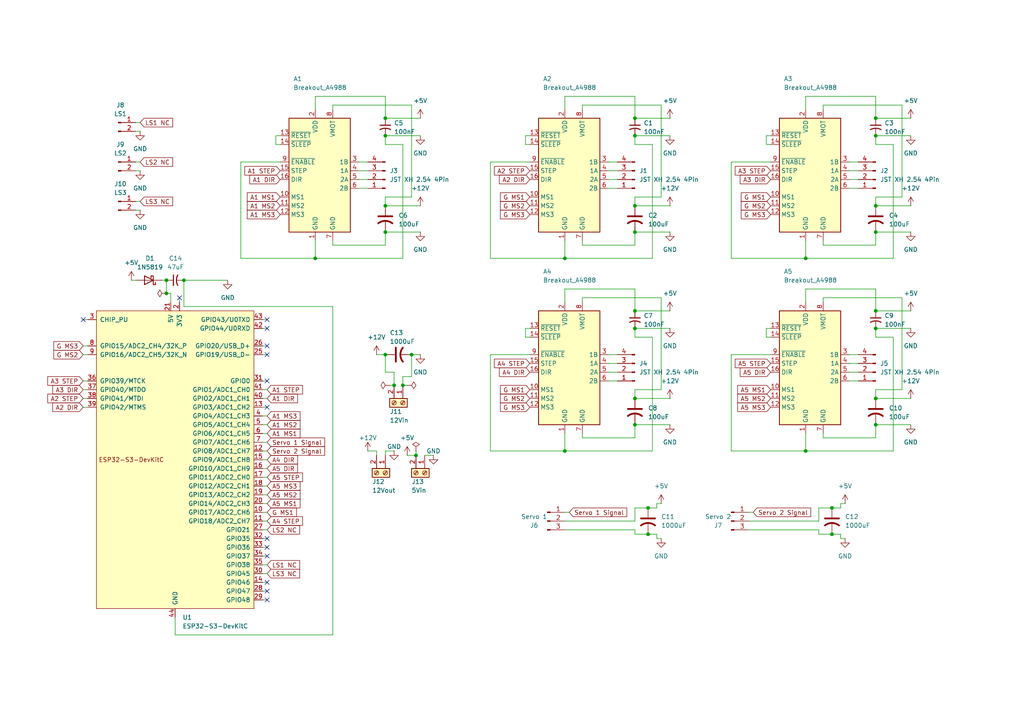
<source format=kicad_sch>
(kicad_sch (version 20250114) (generator "eeschema") (generator_version "9.0")
  (paper "A4")
  (lib_symbols
    (symbol "Connector:Conn_01x02_Pin" (pin_names (offset 1.016) (hide yes))
      (property "Reference" "J" (at 0 2.54 0))
      (property "Value" "Conn_01x02_Pin" (at 0 -5.08 0))
      (symbol "Conn_01x02_Pin_1_1"
        (pin passive line (at 5.08 0 180) (length 3.81) (name "Pin_1") (number "1"))
        (pin passive line (at 5.08 -2.54 180) (length 3.81) (name "Pin_2") (number "2"))
      )
    )
    (symbol "Connector:Conn_01x03_Pin" (pin_names (offset 1.016) (hide yes))
      (property "Reference" "J" (at 0 5.08 0))
      (property "Value" "Conn_01x03_Pin" (at 0 -5.08 0))
      (symbol "Conn_01x03_Pin_1_1"
        (pin passive line (at 5.08 2.54 180) (length 3.81) (name "Pin_1") (number "1"))
        (pin passive line (at 5.08 0 180) (length 3.81) (name "Pin_2") (number "2"))
        (pin passive line (at 5.08 -2.54 180) (length 3.81) (name "Pin_3") (number "3"))
      )
    )
    (symbol "Connector:Conn_01x04_Pin" (pin_names (offset 1.016) (hide yes))
      (property "Reference" "J" (at 0 5.08 0))
      (property "Value" "Conn_01x04_Pin" (at 0 -7.62 0))
      (symbol "Conn_01x04_Pin_1_1"
        (pin passive line (at 5.08 2.54 180) (length 3.81) (name "Pin_1") (number "1"))
        (pin passive line (at 5.08 0 180) (length 3.81) (name "Pin_2") (number "2"))
        (pin passive line (at 5.08 -2.54 180) (length 3.81) (name "Pin_3") (number "3"))
        (pin passive line (at 5.08 -5.08 180) (length 3.81) (name "Pin_4") (number "4"))
      )
    )
    (symbol "Connector:Screw_Terminal_01x02" (pin_names (offset 1.016) (hide yes))
      (property "Reference" "J" (at 0 2.54 0))
      (property "Value" "Screw_Terminal_01x02" (at 0 -5.08 0))
      (symbol "Screw_Terminal_01x02_1_1"
        (pin passive line (at -5.08 0 0) (length 3.81) (name "Pin_1") (number "1"))
        (pin passive line (at -5.08 -2.54 0) (length 3.81) (name "Pin_2") (number "2"))
      )
    )
    (symbol "Device:C_Small_US" (pin_numbers (hide yes)) (pin_names (offset 0.254) (hide yes))
      (property "Reference" "C" (at 0.254 1.778 0))
      (property "Value" "C_Small_US" (at 0.254 -2.032 0))
      (symbol "C_Small_US_1_1"
        (pin passive line (at 0 2.54 270) (length 2.032) (name "~") (number "1"))
        (pin passive line (at 0 -2.54 90) (length 2.032) (name "~") (number "2"))
      )
    )
    (symbol "Device:C_US" (pin_numbers (hide yes)) (pin_names (offset 0.254) (hide yes))
      (property "Reference" "C" (at 0.635 2.54 0))
      (property "Value" "C_US" (at 0.635 -2.54 0))
      (symbol "C_US_1_1"
        (pin passive line (at 0 3.81 270) (length 2.794) (name "~") (number "1"))
        (pin passive line (at 0 -3.81 90) (length 3.302) (name "~") (number "2"))
      )
    )
    (symbol "Diode:1N5819" (pin_numbers (hide yes)) (pin_names (offset 1.016) (hide yes))
      (property "Reference" "D" (at 0 2.54 0))
      (property "Value" "1N5819" (at 0 -2.54 0))
      (symbol "1N5819_1_1"
        (pin passive line (at -3.81 0 0) (length 2.54) (name "K") (number "1"))
        (pin passive line (at 3.81 0 180) (length 2.54) (name "A") (number "2"))
      )
    )
    (symbol "Driver_Motor:Pololu_Breakout_A4988"
      (property "Reference" "A" (at -2.54 19.05 0))
      (property "Value" "Pololu_Breakout_A4988" (at -2.54 16.51 0))
      (symbol "Pololu_Breakout_A4988_1_1"
        (pin input line (at -10.16 10.16 0) (length 2.54) (name "~{RESET}") (number "13"))
        (pin input line (at -10.16 7.62 0) (length 2.54) (name "~{SLEEP}") (number "14"))
        (pin input line (at -10.16 2.54 0) (length 2.54) (name "~{ENABLE}") (number "9"))
        (pin input line (at -10.16 0 0) (length 2.54) (name "STEP") (number "15"))
        (pin input line (at -10.16 -2.54 0) (length 2.54) (name "DIR") (number "16"))
        (pin input line (at -10.16 -7.62 0) (length 2.54) (name "MS1") (number "10"))
        (pin input line (at -10.16 -10.16 0) (length 2.54) (name "MS2") (number "11"))
        (pin input line (at -10.16 -12.7 0) (length 2.54) (name "MS3") (number "12"))
        (pin power_in line (at 0 17.78 270) (length 2.54) (name "VDD") (number "2"))
        (pin power_in line (at 0 -20.32 90) (length 2.54) (name "GND") (number "1"))
        (pin power_in line (at 5.08 17.78 270) (length 2.54) (name "VMOT") (number "8"))
        (pin power_in line (at 5.08 -20.32 90) (length 2.54) (name "GND") (number "7"))
        (pin output line (at 12.7 2.54 180) (length 2.54) (name "1B") (number "3"))
        (pin output line (at 12.7 0 180) (length 2.54) (name "1A") (number "4"))
        (pin output line (at 12.7 -2.54 180) (length 2.54) (name "2A") (number "5"))
        (pin output line (at 12.7 -5.08 180) (length 2.54) (name "2B") (number "6"))
      )
    )
    (symbol "PCM_Espressif:ESP32-S3-DevKitC" (pin_names (offset 1.016))
      (property "Reference" "U" (at -22.86 48.26 0))
      (property "Value" "ESP32-S3-DevKitC" (at -22.86 45.72 0))
      (symbol "ESP32-S3-DevKitC_0_0"
        (text "ESP32-S3-DevKitC" (at -12.7 0 0) (effects (font (size 1.27 1.27))))
        (pin bidirectional line (at -25.4 15.24 0) (length 2.54) (name "GPIO42/MTMS") (number "39"))
        (pin power_in line (at 0 -45.72 90) (length 2.54) (name "GND") (number "44"))
        (pin bidirectional line (at 25.4 40.64 180) (length 2.54) (name "GPIO43/U0TXD") (number "43"))
        (pin bidirectional line (at 25.4 38.1 180) (length 2.54) (name "GPIO44/U0RXD") (number "42"))
        (pin bidirectional line (at 25.4 20.32 180) (length 2.54) (name "GPIO1/ADC1_CH0") (number "41"))
        (pin bidirectional line (at 25.4 17.78 180) (length 2.54) (name "GPIO2/ADC1_CH1") (number "40"))
        (pin bidirectional line (at 25.4 -10.16 180) (length 2.54) (name "GPIO13/ADC2_CH2") (number "19"))
        (pin bidirectional line (at 25.4 -35.56 180) (length 2.54) (name "GPIO46") (number "14"))
      )
      (symbol "ESP32-S3-DevKitC_0_1"
        (pin power_in line (at 1.27 45.72 270) (length 2.54) (name "3V3") (number "2"))
      )
      (symbol "ESP32-S3-DevKitC_1_1"
        (pin input line (at -25.4 40.64 0) (length 2.54) (name "CHIP_PU") (number "3"))
        (pin bidirectional line (at -25.4 33.02 0) (length 2.54) (name "GPIO15/ADC2_CH4/32K_P") (number "8"))
        (pin bidirectional line (at -25.4 30.48 0) (length 2.54) (name "GPIO16/ADC2_CH5/32K_N") (number "9"))
        (pin bidirectional line (at -25.4 22.86 0) (length 2.54) (name "GPIO39/MTCK") (number "36"))
        (pin bidirectional line (at -25.4 20.32 0) (length 2.54) (name "GPIO40/MTDO") (number "37"))
        (pin bidirectional line (at -25.4 17.78 0) (length 2.54) (name "GPIO41/MTDI") (number "38"))
        (pin power_in line (at -1.27 45.72 270) (length 2.54) (name "5V") (number "21"))
        (pin passive line (at 0 -45.72 90) (length 2.54) (hide yes) (name "GND") (number "22"))
        (pin passive line (at 0 -45.72 90) (length 2.54) (hide yes) (name "GND") (number "23"))
        (pin passive line (at 0 -45.72 90) (length 2.54) (hide yes) (name "GND") (number "24"))
        (pin passive line (at 1.27 45.72 270) (length 2.54) (hide yes) (name "3V3") (number "1"))
        (pin bidirectional line (at 25.4 33.02 180) (length 2.54) (name "GPIO20/USB_D+") (number "26"))
        (pin bidirectional line (at 25.4 30.48 180) (length 2.54) (name "GPIO19/USB_D-") (number "25"))
        (pin bidirectional line (at 25.4 22.86 180) (length 2.54) (name "GPIO0") (number "31"))
        (pin bidirectional line (at 25.4 15.24 180) (length 2.54) (name "GPIO3/ADC1_CH2") (number "13"))
        (pin bidirectional line (at 25.4 12.7 180) (length 2.54) (name "GPIO4/ADC1_CH3") (number "4"))
        (pin bidirectional line (at 25.4 10.16 180) (length 2.54) (name "GPIO5/ADC1_CH4") (number "5"))
        (pin bidirectional line (at 25.4 7.62 180) (length 2.54) (name "GPIO6/ADC1_CH5") (number "6"))
        (pin bidirectional line (at 25.4 5.08 180) (length 2.54) (name "GPIO7/ADC1_CH6") (number "7"))
        (pin bidirectional line (at 25.4 2.54 180) (length 2.54) (name "GPIO8/ADC1_CH7") (number "12"))
        (pin bidirectional line (at 25.4 0 180) (length 2.54) (name "GPIO9/ADC1_CH8") (number "15"))
        (pin bidirectional line (at 25.4 -2.54 180) (length 2.54) (name "GPIO10/ADC1_CH9") (number "16"))
        (pin bidirectional line (at 25.4 -5.08 180) (length 2.54) (name "GPIO11/ADC2_CH0") (number "17"))
        (pin bidirectional line (at 25.4 -7.62 180) (length 2.54) (name "GPIO12/ADC2_CH1") (number "18"))
        (pin bidirectional line (at 25.4 -12.7 180) (length 2.54) (name "GPIO14/ADC2_CH3") (number "20"))
        (pin bidirectional line (at 25.4 -15.24 180) (length 2.54) (name "GPIO17/ADC2_CH6") (number "10"))
        (pin bidirectional line (at 25.4 -17.78 180) (length 2.54) (name "GPIO18/ADC2_CH7") (number "11"))
        (pin bidirectional line (at 25.4 -20.32 180) (length 2.54) (name "GPIO21") (number "27"))
        (pin bidirectional line (at 25.4 -22.86 180) (length 2.54) (name "GPIO35") (number "32"))
        (pin bidirectional line (at 25.4 -25.4 180) (length 2.54) (name "GPIO36") (number "33"))
        (pin bidirectional line (at 25.4 -27.94 180) (length 2.54) (name "GPIO37") (number "34"))
        (pin bidirectional line (at 25.4 -30.48 180) (length 2.54) (name "GPIO38") (number "35"))
        (pin bidirectional line (at 25.4 -33.02 180) (length 2.54) (name "GPIO45") (number "30"))
        (pin bidirectional line (at 25.4 -38.1 180) (length 2.54) (name "GPIO47") (number "28"))
        (pin bidirectional line (at 25.4 -40.64 180) (length 2.54) (name "GPIO48") (number "29"))
      )
    )
    (symbol "power:+12V" (power) (pin_numbers (hide yes)) (pin_names (offset 0) (hide yes))
      (property "Value" "+12V" (at 0 3.556 0))
      (symbol "+12V_1_1"
        (pin power_in line (at 0 0 90) (length 0) (name "~") (number "1"))
      )
    )
    (symbol "power:+5V" (power) (pin_numbers (hide yes)) (pin_names (offset 0) (hide yes))
      (property "Value" "+5V" (at 0 3.556 0))
      (symbol "+5V_1_1"
        (pin power_in line (at 0 0 90) (length 0) (name "~") (number "1"))
      )
    )
    (symbol "power:GND" (power) (pin_numbers (hide yes)) (pin_names (offset 0) (hide yes))
      (property "Value" "GND" (at 0 -3.81 0))
      (symbol "GND_1_1"
        (pin power_in line (at 0 0 270) (length 0) (name "~") (number "1"))
      )
    )
    (symbol "power:PWR_FLAG" (power) (pin_numbers (hide yes)) (pin_names (offset 0) (hide yes))
      (property "Value" "PWR_FLAG" (at 0 3.81 0))
      (symbol "PWR_FLAG_0_0"
        (pin power_out line (at 0 0 90) (length 0) (name "~") (number "1"))
      )
    )
  )
  (junction (at 163.83 130.81))
  (junction (at 111.76 34.29))
  (junction (at 91.44 74.93))
  (junction (at 241.3 147.32))
  (junction (at 114.3 111.76))
  (junction (at 119.38 102.87))
  (junction (at 241.3 154.94))
  (junction (at 184.15 115.57))
  (junction (at 48.26 85.09))
  (junction (at 184.15 39.37))
  (junction (at 254 95.25))
  (junction (at 111.76 39.37))
  (junction (at 254 115.57))
  (junction (at 254 34.29))
  (junction (at 116.84 111.76))
  (junction (at 184.15 90.17))
  (junction (at 53.34 81.28))
  (junction (at 187.96 147.32))
  (junction (at 254 59.69))
  (junction (at 233.68 130.81))
  (junction (at 254 67.31))
  (junction (at 48.26 81.28))
  (junction (at 254 39.37))
  (junction (at 184.15 95.25))
  (junction (at 184.15 34.29))
  (junction (at 163.83 74.93))
  (junction (at 184.15 59.69))
  (junction (at 111.76 67.31))
  (junction (at 187.96 154.94))
  (junction (at 111.76 102.87))
  (junction (at 184.15 67.31))
  (junction (at 254 90.17))
  (junction (at 184.15 123.19))
  (junction (at 233.68 74.93))
  (junction (at 120.65 132.08))
  (junction (at 111.76 59.69))
  (junction (at 254 123.19))
  (no_connect (at 77.47 110.49))
  (no_connect (at 77.47 156.21))
  (no_connect (at 77.47 158.75))
  (no_connect (at 24.13 92.71))
  (no_connect (at 77.47 161.29))
  (no_connect (at 52.07 86.36))
  (no_connect (at 77.47 118.11))
  (no_connect (at 77.47 102.87))
  (no_connect (at 77.47 168.91))
  (no_connect (at 77.47 95.25))
  (no_connect (at 77.47 173.99))
  (no_connect (at 77.47 100.33))
  (no_connect (at 77.47 92.71))
  (no_connect (at 77.47 171.45))
  (wire (pts (xy 184.15 34.29) (xy 194.31 34.29)))
  (wire (pts (xy 24.13 118.11) (xy 25.4 118.11)))
  (wire (pts (xy 222.25 97.79) (xy 223.52 97.79)))
  (wire (pts (xy 163.83 153.67) (xy 184.15 153.67)))
  (wire (pts (xy 168.91 31.75) (xy 168.91 30.48)))
  (wire (pts (xy 96.52 184.15) (xy 96.52 88.9)))
  (wire (pts (xy 53.34 81.28) (xy 53.34 88.9)))
  (wire (pts (xy 246.38 46.99) (xy 248.92 46.99)))
  (wire (pts (xy 76.2 100.33) (xy 77.47 100.33)))
  (wire (pts (xy 39.37 38.1) (xy 40.64 38.1)))
  (wire (pts (xy 152.4 41.91) (xy 153.67 41.91)))
  (wire (pts (xy 76.2 143.51) (xy 77.47 143.51)))
  (wire (pts (xy 24.13 102.87) (xy 25.4 102.87)))
  (wire (pts (xy 106.68 130.81) (xy 109.22 130.81)))
  (wire (pts (xy 254 39.37) (xy 264.16 39.37)))
  (wire (pts (xy 223.52 46.99) (xy 212.09 46.99)))
  (wire (pts (xy 168.91 69.85) (xy 168.91 71.12)))
  (wire (pts (xy 168.91 30.48) (xy 191.77 30.48)))
  (wire (pts (xy 76.2 146.05) (xy 77.47 146.05)))
  (wire (pts (xy 189.23 130.81) (xy 189.23 97.79)))
  (wire (pts (xy 176.53 102.87) (xy 179.07 102.87)))
  (wire (pts (xy 176.53 46.99) (xy 179.07 46.99)))
  (wire (pts (xy 48.26 81.28) (xy 48.26 85.09)))
  (wire (pts (xy 52.07 86.36) (xy 52.07 87.63)))
  (wire (pts (xy 142.24 74.93) (xy 163.83 74.93)))
  (wire (pts (xy 111.76 107.95) (xy 114.3 107.95)))
  (wire (pts (xy 176.53 49.53) (xy 179.07 49.53)))
  (wire (pts (xy 191.77 113.03) (xy 184.15 113.03)))
  (wire (pts (xy 111.76 71.12) (xy 111.76 67.31)))
  (wire (pts (xy 184.15 153.67) (xy 184.15 154.94)))
  (wire (pts (xy 123.19 132.08) (xy 125.73 132.08)))
  (wire (pts (xy 163.83 27.94) (xy 184.15 27.94)))
  (wire (pts (xy 176.53 107.95) (xy 179.07 107.95)))
  (wire (pts (xy 50.8 179.07) (xy 50.8 184.15)))
  (wire (pts (xy 96.52 30.48) (xy 119.38 30.48)))
  (wire (pts (xy 76.2 130.81) (xy 77.47 130.81)))
  (wire (pts (xy 104.14 54.61) (xy 106.68 54.61)))
  (wire (pts (xy 96.52 88.9) (xy 53.34 88.9)))
  (wire (pts (xy 233.68 87.63) (xy 233.68 83.82)))
  (wire (pts (xy 184.15 41.91) (xy 184.15 39.37)))
  (wire (pts (xy 24.13 100.33) (xy 25.4 100.33)))
  (wire (pts (xy 243.84 146.05) (xy 243.84 147.32)))
  (wire (pts (xy 168.91 125.73) (xy 168.91 127)))
  (wire (pts (xy 189.23 97.79) (xy 184.15 97.79)))
  (wire (pts (xy 222.25 41.91) (xy 223.52 41.91)))
  (wire (pts (xy 261.62 57.15) (xy 254 57.15)))
  (wire (pts (xy 254 67.31) (xy 264.16 67.31)))
  (wire (pts (xy 153.67 39.37) (xy 152.4 39.37)))
  (wire (pts (xy 142.24 130.81) (xy 163.83 130.81)))
  (wire (pts (xy 233.68 31.75) (xy 233.68 27.94)))
  (wire (pts (xy 109.22 102.87) (xy 111.76 102.87)))
  (wire (pts (xy 163.83 151.13) (xy 184.15 151.13)))
  (wire (pts (xy 237.49 147.32) (xy 241.3 147.32)))
  (wire (pts (xy 261.62 30.48) (xy 261.62 57.15)))
  (wire (pts (xy 176.53 52.07) (xy 179.07 52.07)))
  (wire (pts (xy 91.44 31.75) (xy 91.44 27.94)))
  (wire (pts (xy 152.4 39.37) (xy 152.4 41.91)))
  (wire (pts (xy 49.53 85.09) (xy 49.53 87.63)))
  (wire (pts (xy 222.25 95.25) (xy 222.25 97.79)))
  (wire (pts (xy 222.25 39.37) (xy 222.25 41.91)))
  (wire (pts (xy 168.91 86.36) (xy 191.77 86.36)))
  (wire (pts (xy 212.09 46.99) (xy 212.09 74.93)))
  (wire (pts (xy 237.49 153.67) (xy 237.49 154.94)))
  (wire (pts (xy 168.91 71.12) (xy 184.15 71.12)))
  (wire (pts (xy 24.13 115.57) (xy 25.4 115.57)))
  (wire (pts (xy 243.84 154.94) (xy 241.3 154.94)))
  (wire (pts (xy 191.77 146.05) (xy 190.5 146.05)))
  (wire (pts (xy 259.08 41.91) (xy 254 41.91)))
  (wire (pts (xy 184.15 67.31) (xy 194.31 67.31)))
  (wire (pts (xy 96.52 71.12) (xy 111.76 71.12)))
  (wire (pts (xy 69.85 46.99) (xy 69.85 74.93)))
  (wire (pts (xy 113.03 111.76) (xy 114.3 111.76)))
  (wire (pts (xy 104.14 49.53) (xy 106.68 49.53)))
  (wire (pts (xy 104.14 52.07) (xy 106.68 52.07)))
  (wire (pts (xy 191.77 57.15) (xy 184.15 57.15)))
  (wire (pts (xy 119.38 109.22) (xy 116.84 109.22)))
  (wire (pts (xy 76.2 148.59) (xy 77.47 148.59)))
  (wire (pts (xy 243.84 156.21) (xy 243.84 154.94)))
  (wire (pts (xy 176.53 105.41) (xy 179.07 105.41)))
  (wire (pts (xy 39.37 60.96) (xy 40.64 60.96)))
  (wire (pts (xy 237.49 151.13) (xy 237.49 147.32)))
  (wire (pts (xy 184.15 83.82) (xy 184.15 90.17)))
  (wire (pts (xy 176.53 110.49) (xy 179.07 110.49)))
  (wire (pts (xy 76.2 156.21) (xy 77.47 156.21)))
  (wire (pts (xy 191.77 156.21) (xy 190.5 156.21)))
  (wire (pts (xy 184.15 147.32) (xy 187.96 147.32)))
  (wire (pts (xy 91.44 69.85) (xy 91.44 74.93)))
  (wire (pts (xy 39.37 35.56) (xy 40.64 35.56)))
  (wire (pts (xy 152.4 95.25) (xy 152.4 97.79)))
  (wire (pts (xy 190.5 154.94) (xy 187.96 154.94)))
  (wire (pts (xy 76.2 138.43) (xy 77.47 138.43)))
  (wire (pts (xy 39.37 49.53) (xy 40.64 49.53)))
  (wire (pts (xy 212.09 74.93) (xy 233.68 74.93)))
  (wire (pts (xy 184.15 123.19) (xy 194.31 123.19)))
  (wire (pts (xy 76.2 166.37) (xy 77.47 166.37)))
  (wire (pts (xy 76.2 135.89) (xy 77.47 135.89)))
  (wire (pts (xy 254 90.17) (xy 264.16 90.17)))
  (wire (pts (xy 53.34 81.28) (xy 66.04 81.28)))
  (wire (pts (xy 254 59.69) (xy 264.16 59.69)))
  (wire (pts (xy 114.3 107.95) (xy 114.3 111.76)))
  (wire (pts (xy 254 71.12) (xy 254 67.31)))
  (wire (pts (xy 76.2 161.29) (xy 77.47 161.29)))
  (wire (pts (xy 223.52 102.87) (xy 212.09 102.87)))
  (wire (pts (xy 184.15 151.13) (xy 184.15 147.32)))
  (wire (pts (xy 119.38 102.87) (xy 121.92 102.87)))
  (wire (pts (xy 80.01 41.91) (xy 81.28 41.91)))
  (wire (pts (xy 96.52 31.75) (xy 96.52 30.48)))
  (wire (pts (xy 39.37 81.28) (xy 38.1 81.28)))
  (wire (pts (xy 111.76 59.69) (xy 121.92 59.69)))
  (wire (pts (xy 246.38 107.95) (xy 248.92 107.95)))
  (wire (pts (xy 76.2 158.75) (xy 77.47 158.75)))
  (wire (pts (xy 119.38 30.48) (xy 119.38 57.15)))
  (wire (pts (xy 238.76 69.85) (xy 238.76 71.12)))
  (wire (pts (xy 76.2 115.57) (xy 77.47 115.57)))
  (wire (pts (xy 184.15 71.12) (xy 184.15 67.31)))
  (wire (pts (xy 96.52 69.85) (xy 96.52 71.12)))
  (wire (pts (xy 76.2 163.83) (xy 77.47 163.83)))
  (wire (pts (xy 163.83 87.63) (xy 163.83 83.82)))
  (wire (pts (xy 76.2 151.13) (xy 77.47 151.13)))
  (wire (pts (xy 152.4 97.79) (xy 153.67 97.79)))
  (wire (pts (xy 190.5 146.05) (xy 190.5 147.32)))
  (wire (pts (xy 111.76 41.91) (xy 111.76 39.37)))
  (wire (pts (xy 116.84 109.22) (xy 116.84 111.76)))
  (wire (pts (xy 109.22 130.81) (xy 109.22 132.08)))
  (wire (pts (xy 184.15 113.03) (xy 184.15 115.57)))
  (wire (pts (xy 76.2 171.45) (xy 77.47 171.45)))
  (wire (pts (xy 76.2 168.91) (xy 77.47 168.91)))
  (wire (pts (xy 104.14 46.99) (xy 106.68 46.99)))
  (wire (pts (xy 76.2 120.65) (xy 77.47 120.65)))
  (wire (pts (xy 76.2 92.71) (xy 77.47 92.71)))
  (wire (pts (xy 111.76 130.81) (xy 114.3 130.81)))
  (wire (pts (xy 39.37 58.42) (xy 40.64 58.42)))
  (wire (pts (xy 184.15 154.94) (xy 187.96 154.94)))
  (wire (pts (xy 111.76 39.37) (xy 121.92 39.37)))
  (wire (pts (xy 233.68 83.82) (xy 254 83.82)))
  (wire (pts (xy 237.49 154.94) (xy 241.3 154.94)))
  (wire (pts (xy 24.13 110.49) (xy 25.4 110.49)))
  (wire (pts (xy 48.26 85.09) (xy 49.53 85.09)))
  (wire (pts (xy 245.11 156.21) (xy 243.84 156.21)))
  (wire (pts (xy 233.68 74.93) (xy 259.08 74.93)))
  (wire (pts (xy 184.15 95.25) (xy 194.31 95.25)))
  (wire (pts (xy 120.65 130.81) (xy 120.65 132.08)))
  (wire (pts (xy 119.38 102.87) (xy 119.38 109.22)))
  (wire (pts (xy 163.83 69.85) (xy 163.83 74.93)))
  (wire (pts (xy 176.53 54.61) (xy 179.07 54.61)))
  (wire (pts (xy 119.38 57.15) (xy 111.76 57.15)))
  (wire (pts (xy 76.2 133.35) (xy 77.47 133.35)))
  (wire (pts (xy 246.38 102.87) (xy 248.92 102.87)))
  (wire (pts (xy 111.76 34.29) (xy 121.92 34.29)))
  (wire (pts (xy 190.5 147.32) (xy 187.96 147.32)))
  (wire (pts (xy 189.23 41.91) (xy 184.15 41.91)))
  (wire (pts (xy 254 27.94) (xy 254 34.29)))
  (wire (pts (xy 184.15 27.94) (xy 184.15 34.29)))
  (wire (pts (xy 254 115.57) (xy 264.16 115.57)))
  (wire (pts (xy 254 113.03) (xy 254 115.57)))
  (wire (pts (xy 118.11 132.08) (xy 120.65 132.08)))
  (wire (pts (xy 111.76 67.31) (xy 121.92 67.31)))
  (wire (pts (xy 233.68 27.94) (xy 254 27.94)))
  (wire (pts (xy 233.68 69.85) (xy 233.68 74.93)))
  (wire (pts (xy 238.76 71.12) (xy 254 71.12)))
  (wire (pts (xy 238.76 31.75) (xy 238.76 30.48)))
  (wire (pts (xy 217.17 151.13) (xy 237.49 151.13)))
  (wire (pts (xy 233.68 130.81) (xy 259.08 130.81)))
  (wire (pts (xy 76.2 110.49) (xy 77.47 110.49)))
  (wire (pts (xy 246.38 49.53) (xy 248.92 49.53)))
  (wire (pts (xy 243.84 147.32) (xy 241.3 147.32)))
  (wire (pts (xy 184.15 97.79) (xy 184.15 95.25)))
  (wire (pts (xy 163.83 130.81) (xy 189.23 130.81)))
  (wire (pts (xy 184.15 59.69) (xy 194.31 59.69)))
  (wire (pts (xy 24.13 113.03) (xy 25.4 113.03)))
  (wire (pts (xy 254 123.19) (xy 264.16 123.19)))
  (wire (pts (xy 184.15 127) (xy 184.15 123.19)))
  (wire (pts (xy 254 34.29) (xy 264.16 34.29)))
  (wire (pts (xy 50.8 184.15) (xy 96.52 184.15)))
  (wire (pts (xy 223.52 39.37) (xy 222.25 39.37)))
  (wire (pts (xy 116.84 74.93) (xy 116.84 41.91)))
  (wire (pts (xy 163.83 148.59) (xy 165.1 148.59)))
  (wire (pts (xy 238.76 30.48) (xy 261.62 30.48)))
  (wire (pts (xy 46.99 81.28) (xy 48.26 81.28)))
  (wire (pts (xy 76.2 128.27) (xy 77.47 128.27)))
  (wire (pts (xy 223.52 95.25) (xy 222.25 95.25)))
  (wire (pts (xy 168.91 127) (xy 184.15 127)))
  (wire (pts (xy 76.2 102.87) (xy 77.47 102.87)))
  (wire (pts (xy 246.38 54.61) (xy 248.92 54.61)))
  (wire (pts (xy 189.23 74.93) (xy 189.23 41.91)))
  (wire (pts (xy 76.2 153.67) (xy 77.47 153.67)))
  (wire (pts (xy 217.17 148.59) (xy 218.44 148.59)))
  (wire (pts (xy 81.28 46.99) (xy 69.85 46.99)))
  (wire (pts (xy 212.09 102.87) (xy 212.09 130.81)))
  (wire (pts (xy 80.01 39.37) (xy 80.01 41.91)))
  (wire (pts (xy 184.15 90.17) (xy 194.31 90.17)))
  (wire (pts (xy 76.2 113.03) (xy 77.47 113.03)))
  (wire (pts (xy 24.13 92.71) (xy 25.4 92.71)))
  (wire (pts (xy 111.76 130.81) (xy 111.76 132.08)))
  (wire (pts (xy 254 41.91) (xy 254 39.37)))
  (wire (pts (xy 246.38 105.41) (xy 248.92 105.41)))
  (wire (pts (xy 39.37 46.99) (xy 40.64 46.99)))
  (wire (pts (xy 163.83 31.75) (xy 163.83 27.94)))
  (wire (pts (xy 184.15 39.37) (xy 194.31 39.37)))
  (wire (pts (xy 254 57.15) (xy 254 59.69)))
  (wire (pts (xy 76.2 125.73) (xy 77.47 125.73)))
  (wire (pts (xy 76.2 173.99) (xy 77.47 173.99)))
  (wire (pts (xy 168.91 87.63) (xy 168.91 86.36)))
  (wire (pts (xy 163.83 125.73) (xy 163.83 130.81)))
  (wire (pts (xy 238.76 86.36) (xy 261.62 86.36)))
  (wire (pts (xy 116.84 111.76) (xy 118.11 111.76)))
  (wire (pts (xy 76.2 118.11) (xy 77.47 118.11)))
  (wire (pts (xy 163.83 83.82) (xy 184.15 83.82)))
  (wire (pts (xy 116.84 41.91) (xy 111.76 41.91)))
  (wire (pts (xy 246.38 110.49) (xy 248.92 110.49)))
  (wire (pts (xy 69.85 74.93) (xy 91.44 74.93)))
  (wire (pts (xy 246.38 52.07) (xy 248.92 52.07)))
  (wire (pts (xy 217.17 153.67) (xy 237.49 153.67)))
  (wire (pts (xy 76.2 123.19) (xy 77.47 123.19)))
  (wire (pts (xy 233.68 125.73) (xy 233.68 130.81)))
  (wire (pts (xy 91.44 74.93) (xy 116.84 74.93)))
  (wire (pts (xy 259.08 130.81) (xy 259.08 97.79)))
  (wire (pts (xy 259.08 74.93) (xy 259.08 41.91)))
  (wire (pts (xy 191.77 30.48) (xy 191.77 57.15)))
  (wire (pts (xy 238.76 127) (xy 254 127)))
  (wire (pts (xy 261.62 113.03) (xy 254 113.03)))
  (wire (pts (xy 142.24 46.99) (xy 142.24 74.93)))
  (wire (pts (xy 111.76 57.15) (xy 111.76 59.69)))
  (wire (pts (xy 259.08 97.79) (xy 254 97.79)))
  (wire (pts (xy 184.15 57.15) (xy 184.15 59.69)))
  (wire (pts (xy 153.67 95.25) (xy 152.4 95.25)))
  (wire (pts (xy 91.44 27.94) (xy 111.76 27.94)))
  (wire (pts (xy 238.76 125.73) (xy 238.76 127)))
  (wire (pts (xy 261.62 86.36) (xy 261.62 113.03)))
  (wire (pts (xy 142.24 102.87) (xy 142.24 130.81)))
  (wire (pts (xy 163.83 74.93) (xy 189.23 74.93)))
  (wire (pts (xy 111.76 102.87) (xy 111.76 107.95)))
  (wire (pts (xy 245.11 146.05) (xy 243.84 146.05)))
  (wire (pts (xy 254 97.79) (xy 254 95.25)))
  (wire (pts (xy 212.09 130.81) (xy 233.68 130.81)))
  (wire (pts (xy 111.76 27.94) (xy 111.76 34.29)))
  (wire (pts (xy 238.76 87.63) (xy 238.76 86.36)))
  (wire (pts (xy 153.67 46.99) (xy 142.24 46.99)))
  (wire (pts (xy 76.2 95.25) (xy 77.47 95.25)))
  (wire (pts (xy 184.15 115.57) (xy 194.31 115.57)))
  (wire (pts (xy 153.67 102.87) (xy 142.24 102.87)))
  (wire (pts (xy 81.28 39.37) (xy 80.01 39.37)))
  (wire (pts (xy 254 83.82) (xy 254 90.17)))
  (wire (pts (xy 190.5 156.21) (xy 190.5 154.94)))
  (wire (pts (xy 191.77 86.36) (xy 191.77 113.03)))
  (wire (pts (xy 254 95.25) (xy 264.16 95.25)))
  (wire (pts (xy 76.2 140.97) (xy 77.47 140.97)))
  (wire (pts (xy 254 127) (xy 254 123.19)))
  (global_label "A1 STEP" (shape input) (at 81.28 49.53 180) (property "Intersheetrefs" "${INTERSHEET_REFS}" (effects (hide yes))))
  (global_label "G MS2" (shape input) (at 153.67 115.57 180) (property "Intersheetrefs" "${INTERSHEET_REFS}" (effects (hide yes))))
  (global_label "A1 MS1" (shape input) (at 77.47 125.73 0) (property "Intersheetrefs" "${INTERSHEET_REFS}" (effects (hide yes))))
  (global_label "LS1 NC" (shape input) (at 77.47 163.83 0) (property "Intersheetrefs" "${INTERSHEET_REFS}" (effects (hide yes))))
  (global_label "A3 STEP" (shape input) (at 24.13 110.49 180) (property "Intersheetrefs" "${INTERSHEET_REFS}" (effects (hide yes))))
  (global_label "A1 MS3" (shape input) (at 77.47 120.65 0) (property "Intersheetrefs" "${INTERSHEET_REFS}" (effects (hide yes))))
  (global_label "A4 DIR" (shape input) (at 77.47 133.35 0) (property "Intersheetrefs" "${INTERSHEET_REFS}" (effects (hide yes))))
  (global_label "A1 MS1" (shape input) (at 81.28 57.15 180) (property "Intersheetrefs" "${INTERSHEET_REFS}" (effects (hide yes))))
  (global_label "LS2 NC" (shape input) (at 40.64 46.99 0) (property "Intersheetrefs" "${INTERSHEET_REFS}" (effects (hide yes))))
  (global_label "A3 STEP" (shape input) (at 223.52 49.53 180) (property "Intersheetrefs" "${INTERSHEET_REFS}" (effects (hide yes))))
  (global_label "Servo 1 Signal" (shape input) (at 165.1 148.59 0) (property "Intersheetrefs" "${INTERSHEET_REFS}" (effects (hide yes))))
  (global_label "G MS1" (shape input) (at 77.47 148.59 0) (property "Intersheetrefs" "${INTERSHEET_REFS}" (effects (hide yes))))
  (global_label "A4 STEP" (shape input) (at 77.47 151.13 0) (property "Intersheetrefs" "${INTERSHEET_REFS}" (effects (hide yes))))
  (global_label "G MS2" (shape input) (at 24.13 102.87 180) (property "Intersheetrefs" "${INTERSHEET_REFS}" (effects (hide yes))))
  (global_label "A4 DIR" (shape input) (at 153.67 107.95 180) (property "Intersheetrefs" "${INTERSHEET_REFS}" (effects (hide yes))))
  (global_label "Servo 2 Signal" (shape input) (at 218.44 148.59 0) (property "Intersheetrefs" "${INTERSHEET_REFS}" (effects (hide yes))))
  (global_label "A1 STEP" (shape input) (at 77.47 113.03 0) (property "Intersheetrefs" "${INTERSHEET_REFS}" (effects (hide yes))))
  (global_label "G MS1" (shape input) (at 223.52 57.15 180) (property "Intersheetrefs" "${INTERSHEET_REFS}" (effects (hide yes))))
  (global_label "LS1 NC" (shape input) (at 40.64 35.56 0) (property "Intersheetrefs" "${INTERSHEET_REFS}" (effects (hide yes))))
  (global_label "G MS3" (shape input) (at 223.52 62.23 180) (property "Intersheetrefs" "${INTERSHEET_REFS}" (effects (hide yes))))
  (global_label "A1 MS2" (shape input) (at 77.47 123.19 0) (property "Intersheetrefs" "${INTERSHEET_REFS}" (effects (hide yes))))
  (global_label "A5 MS1" (shape input) (at 223.52 113.03 180) (property "Intersheetrefs" "${INTERSHEET_REFS}" (effects (hide yes))))
  (global_label "G MS2" (shape input) (at 223.52 59.69 180) (property "Intersheetrefs" "${INTERSHEET_REFS}" (effects (hide yes))))
  (global_label "G MS3" (shape input) (at 153.67 118.11 180) (property "Intersheetrefs" "${INTERSHEET_REFS}" (effects (hide yes))))
  (global_label "Servo 2 Signal" (shape input) (at 77.47 130.81 0) (property "Intersheetrefs" "${INTERSHEET_REFS}" (effects (hide yes))))
  (global_label "A5 MS3" (shape input) (at 77.47 140.97 0) (property "Intersheetrefs" "${INTERSHEET_REFS}" (effects (hide yes))))
  (global_label "G MS3" (shape input) (at 24.13 100.33 180) (property "Intersheetrefs" "${INTERSHEET_REFS}" (effects (hide yes))))
  (global_label "A5 STEP" (shape input) (at 223.52 105.41 180) (property "Intersheetrefs" "${INTERSHEET_REFS}" (effects (hide yes))))
  (global_label "A1 DIR" (shape input) (at 81.28 52.07 180) (property "Intersheetrefs" "${INTERSHEET_REFS}" (effects (hide yes))))
  (global_label "A1 MS2" (shape input) (at 81.28 59.69 180) (property "Intersheetrefs" "${INTERSHEET_REFS}" (effects (hide yes))))
  (global_label "LS2 NC" (shape input) (at 77.47 153.67 0) (property "Intersheetrefs" "${INTERSHEET_REFS}" (effects (hide yes))))
  (global_label "A5 DIR" (shape input) (at 223.52 107.95 180) (property "Intersheetrefs" "${INTERSHEET_REFS}" (effects (hide yes))))
  (global_label "LS3 NC" (shape input) (at 77.47 166.37 0) (property "Intersheetrefs" "${INTERSHEET_REFS}" (effects (hide yes))))
  (global_label "A2 DIR" (shape input) (at 153.67 52.07 180) (property "Intersheetrefs" "${INTERSHEET_REFS}" (effects (hide yes))))
  (global_label "A2 STEP" (shape input) (at 153.67 49.53 180) (property "Intersheetrefs" "${INTERSHEET_REFS}" (effects (hide yes))))
  (global_label "A4 STEP" (shape input) (at 153.67 105.41 180) (property "Intersheetrefs" "${INTERSHEET_REFS}" (effects (hide yes))))
  (global_label "A1 DIR" (shape input) (at 77.47 115.57 0) (property "Intersheetrefs" "${INTERSHEET_REFS}" (effects (hide yes))))
  (global_label "A2 STEP" (shape input) (at 24.13 115.57 180) (property "Intersheetrefs" "${INTERSHEET_REFS}" (effects (hide yes))))
  (global_label "A5 MS2" (shape input) (at 77.47 143.51 0) (property "Intersheetrefs" "${INTERSHEET_REFS}" (effects (hide yes))))
  (global_label "G MS1" (shape input) (at 153.67 57.15 180) (property "Intersheetrefs" "${INTERSHEET_REFS}" (effects (hide yes))))
  (global_label "A2 DIR" (shape input) (at 24.13 118.11 180) (property "Intersheetrefs" "${INTERSHEET_REFS}" (effects (hide yes))))
  (global_label "A1 MS3" (shape input) (at 81.28 62.23 180) (property "Intersheetrefs" "${INTERSHEET_REFS}" (effects (hide yes))))
  (global_label "G MS1" (shape input) (at 153.67 113.03 180) (property "Intersheetrefs" "${INTERSHEET_REFS}" (effects (hide yes))))
  (global_label "A5 STEP" (shape input) (at 77.47 138.43 0) (property "Intersheetrefs" "${INTERSHEET_REFS}" (effects (hide yes))))
  (global_label "A5 MS1" (shape input) (at 77.47 146.05 0) (property "Intersheetrefs" "${INTERSHEET_REFS}" (effects (hide yes))))
  (global_label "A5 DIR" (shape input) (at 77.47 135.89 0) (property "Intersheetrefs" "${INTERSHEET_REFS}" (effects (hide yes))))
  (global_label "A3 DIR" (shape input) (at 223.52 52.07 180) (property "Intersheetrefs" "${INTERSHEET_REFS}" (effects (hide yes))))
  (global_label "A5 MS3" (shape input) (at 223.52 118.11 180) (property "Intersheetrefs" "${INTERSHEET_REFS}" (effects (hide yes))))
  (global_label "G MS2" (shape input) (at 153.67 59.69 180) (property "Intersheetrefs" "${INTERSHEET_REFS}" (effects (hide yes))))
  (global_label "LS3 NC" (shape input) (at 40.64 58.42 0) (property "Intersheetrefs" "${INTERSHEET_REFS}" (effects (hide yes))))
  (global_label "A3 DIR" (shape input) (at 24.13 113.03 180) (property "Intersheetrefs" "${INTERSHEET_REFS}" (effects (hide yes))))
  (global_label "G MS3" (shape input) (at 153.67 62.23 180) (property "Intersheetrefs" "${INTERSHEET_REFS}" (effects (hide yes))))
  (global_label "A5 MS2" (shape input) (at 223.52 115.57 180) (property "Intersheetrefs" "${INTERSHEET_REFS}" (effects (hide yes))))
  (global_label "Servo 1 Signal" (shape input) (at 77.47 128.27 0) (property "Intersheetrefs" "${INTERSHEET_REFS}" (effects (hide yes))))
  (symbol (lib_id "Connector:Conn_01x04_Pin") (at 254 107.95 180) (unit 1)
    (property "Reference" "J5" (at 255.27 105.4099 0) (effects (justify right)))
    (property "Value" "JST XH 2.54 4Pin" (at 255.27 107.9499 0) (effects (justify right)))
    (property "Footprint" "Connector_JST:JST_XH_B4B-XH-A_1x04_P2.50mm_Vertical" (effects (hide yes)))
    (property "Description" "Generic connector, single row, 01x04, script generated" (effects (hide yes)))
  )
  (symbol (lib_id "Connector:Conn_01x04_Pin") (at 111.76 52.07 180) (unit 1)
    (property "Reference" "J3" (at 113.03 49.5299 0) (effects (justify right)))
    (property "Value" "JST XH 2.54 4Pin" (at 113.03 52.0699 0) (effects (justify right)))
    (property "Footprint" "Connector_JST:JST_XH_B4B-XH-A_1x04_P2.50mm_Vertical" (effects (hide yes)))
    (property "Description" "Generic connector, single row, 01x04, script generated" (effects (hide yes)))
  )
  (symbol (lib_id "power:GND") (at 191.77 156.21 0) (unit 1)
    (property "Reference" "#PWR022" (effects (hide yes)))
    (property "Value" "GND" (at 191.77 161.29 0))
    (property "Description" "Power symbol creates a global label with name \"GND\" , ground" (effects (hide yes)))
  )
  (symbol (lib_id "Device:C_Small_US") (at 254 36.83 0) (unit 1)
    (property "Reference" "C3" (at 256.54 35.6869 0) (effects (justify left)))
    (property "Value" "100nF" (at 256.54 38.2269 0) (effects (justify left)))
    (property "Footprint" "Capacitor_THT:C_Disc_D3.0mm_W1.6mm_P2.50mm" (effects (hide yes)))
    (property "Description" "capacitor, small US symbol" (effects (hide yes)))
  )
  (symbol (lib_id "Connector:Conn_01x04_Pin") (at 184.15 107.95 180) (unit 1)
    (property "Reference" "J4" (at 185.42 105.4099 0) (effects (justify right)))
    (property "Value" "JST XH 2.54 4Pin" (at 185.42 107.9499 0) (effects (justify right)))
    (property "Footprint" "Connector_JST:JST_XH_B4B-XH-A_1x04_P2.50mm_Vertical" (effects (hide yes)))
    (property "Description" "Generic connector, single row, 01x04, script generated" (effects (hide yes)))
  )
  (symbol (lib_id "Connector:Conn_01x04_Pin") (at 184.15 52.07 180) (unit 1)
    (property "Reference" "J1" (at 185.42 49.5299 0) (effects (justify right)))
    (property "Value" "JST XH 2.54 4Pin" (at 185.42 52.0699 0) (effects (justify right)))
    (property "Footprint" "Connector_JST:JST_XH_B4B-XH-A_1x04_P2.50mm_Vertical" (effects (hide yes)))
    (property "Description" "Generic connector, single row, 01x04, script generated" (effects (hide yes)))
  )
  (symbol (lib_id "Connector:Conn_01x03_Pin") (at 212.09 151.13 0) (unit 1)
    (property "Reference" "J7" (at 208.28 152.4 0))
    (property "Value" "Servo 2" (at 208.28 149.86 0))
    (property "Footprint" "Connector_PinHeader_2.54mm:PinHeader_1x03_P2.54mm_Vertical" (effects (hide yes)))
    (property "Description" "Generic connector, single row, 01x03, script generated" (effects (hide yes)))
  )
  (symbol (lib_id "power:+12V") (at 121.92 59.69 0) (unit 1)
    (property "Reference" "#PWR031" (effects (hide yes)))
    (property "Value" "+12V" (at 121.92 54.61 0))
    (property "Description" "Power symbol creates a global label with name \"+12V\"" (effects (hide yes)))
  )
  (symbol (lib_id "power:PWR_FLAG") (at 118.11 111.76 270) (unit 1)
    (property "Reference" "#FLG03" (effects (hide yes)))
    (property "Value" "PWR_FLAG" (effects (hide yes)))
    (property "Description" "Special symbol for telling ERC where power comes from" (effects (hide yes)))
  )
  (symbol (lib_id "power:GND") (at 264.16 95.25 0) (unit 1)
    (property "Reference" "#PWR018" (effects (hide yes)))
    (property "Value" "GND" (at 264.16 100.33 0))
    (property "Description" "Power symbol creates a global label with name \"GND\" , ground" (effects (hide yes)))
  )
  (symbol (lib_id "power:PWR_FLAG") (at 120.65 130.81 0) (unit 1)
    (property "Reference" "#FLG02" (effects (hide yes)))
    (property "Value" "PWR_FLAG" (effects (hide yes)))
    (property "Description" "Special symbol for telling ERC where power comes from" (effects (hide yes)))
  )
  (symbol (lib_id "power:+5V") (at 121.92 34.29 0) (unit 1)
    (property "Reference" "#PWR026" (effects (hide yes)))
    (property "Value" "+5V" (at 121.92 29.21 0))
    (property "Description" "Power symbol creates a global label with name \"+5V\"" (effects (hide yes)))
  )
  (symbol (lib_id "Device:C_Small_US") (at 50.8 81.28 90) (unit 1)
    (property "Reference" "C14" (at 50.927 74.93 90))
    (property "Value" "47uF" (at 50.927 77.47 90))
    (property "Footprint" "Capacitor_THT:C_Radial_D4.0mm_H7.0mm_P1.50mm" (effects (hide yes)))
    (property "Description" "capacitor, small US symbol" (effects (hide yes)))
  )
  (symbol (lib_id "power:GND") (at 264.16 67.31 0) (unit 1)
    (property "Reference" "#PWR017" (effects (hide yes)))
    (property "Value" "GND" (at 264.16 72.39 0))
    (property "Description" "Power symbol creates a global label with name \"GND\" , ground" (effects (hide yes)))
  )
  (symbol (lib_id "power:GND") (at 40.64 60.96 0) (unit 1)
    (property "Reference" "#PWR011" (effects (hide yes)))
    (property "Value" "GND" (at 40.64 66.04 0))
    (property "Description" "Power symbol creates a global label with name \"GND\" , ground" (effects (hide yes)))
  )
  (symbol (lib_id "Device:C_US") (at 111.76 63.5 0) (unit 1)
    (property "Reference" "C6" (at 115.57 62.4839 0) (effects (justify left)))
    (property "Value" "100uF" (at 115.57 65.0239 0) (effects (justify left)))
    (property "Footprint" "Capacitor_THT:C_Radial_D5.0mm_H7.0mm_P2.00mm" (effects (hide yes)))
    (property "Description" "capacitor, US symbol" (effects (hide yes)))
  )
  (symbol (lib_id "power:GND") (at 40.64 49.53 0) (unit 1)
    (property "Reference" "#PWR010" (effects (hide yes)))
    (property "Value" "GND" (at 40.64 54.61 0))
    (property "Description" "Power symbol creates a global label with name \"GND\" , ground" (effects (hide yes)))
  )
  (symbol (lib_id "Device:C_US") (at 241.3 151.13 0) (unit 1)
    (property "Reference" "C12" (at 245.11 149.86 0) (effects (justify left)))
    (property "Value" "1000uF" (at 245.11 152.4 0) (effects (justify left)))
    (property "Footprint" "Capacitor_THT:C_Radial_D10.0mm_H16.0mm_P5.00mm" (effects (hide yes)))
    (property "Description" "capacitor, US symbol" (effects (hide yes)))
  )
  (symbol (lib_id "Connector:Screw_Terminal_01x02") (at 116.84 116.84 270) (unit 1)
    (property "Reference" "J11" (at 113.03 119.38 90) (effects (justify left)))
    (property "Value" "12Vin" (at 113.03 121.92 90) (effects (justify left)))
    (property "Footprint" "TerminalBlock_Phoenix:TerminalBlock_Phoenix_MPT-0,5-2-2.54_1x02_P2.54mm_Horizontal" (effects (hide yes)))
    (property "Description" "Generic screw terminal, single row, 01x02, script generated (kicad-library-utils/schlib/autogen/connector/)" (effects (hide yes)))
  )
  (symbol (lib_id "Device:C_Small_US") (at 111.76 36.83 0) (unit 1)
    (property "Reference" "C5" (at 114.3 35.6869 0) (effects (justify left)))
    (property "Value" "100nF" (at 114.3 38.2269 0) (effects (justify left)))
    (property "Footprint" "Capacitor_THT:C_Disc_D3.0mm_W1.6mm_P2.50mm" (effects (hide yes)))
    (property "Description" "capacitor, small US symbol" (effects (hide yes)))
  )
  (symbol (lib_id "Device:C_US") (at 254 63.5 0) (unit 1)
    (property "Reference" "C4" (at 257.81 62.4839 0) (effects (justify left)))
    (property "Value" "100uF" (at 257.81 65.0239 0) (effects (justify left)))
    (property "Footprint" "Capacitor_THT:C_Radial_D5.0mm_H7.0mm_P2.00mm" (effects (hide yes)))
    (property "Description" "capacitor, US symbol" (effects (hide yes)))
  )
  (symbol (lib_id "power:+12V") (at 264.16 115.57 0) (unit 1)
    (property "Reference" "#PWR035" (effects (hide yes)))
    (property "Value" "+12V" (at 264.16 110.49 0))
    (property "Description" "Power symbol creates a global label with name \"+12V\"" (effects (hide yes)))
  )
  (symbol (lib_id "Device:C_US") (at 187.96 151.13 0) (unit 1)
    (property "Reference" "C11" (at 191.77 149.86 0) (effects (justify left)))
    (property "Value" "1000uF" (at 191.77 152.4 0) (effects (justify left)))
    (property "Footprint" "Capacitor_THT:C_Radial_D10.0mm_H16.0mm_P5.00mm" (effects (hide yes)))
    (property "Description" "capacitor, US symbol" (effects (hide yes)))
  )
  (symbol (lib_id "power:+12V") (at 109.22 102.87 0) (unit 1)
    (property "Reference" "#PWR02" (effects (hide yes)))
    (property "Value" "+12V" (at 109.22 97.79 0))
    (property "Description" "Power symbol creates a global label with name \"+12V\"" (effects (hide yes)))
  )
  (symbol (lib_id "power:GND") (at 264.16 39.37 0) (unit 1)
    (property "Reference" "#PWR016" (effects (hide yes)))
    (property "Value" "GND" (at 264.16 44.45 0))
    (property "Description" "Power symbol creates a global label with name \"GND\" , ground" (effects (hide yes)))
  )
  (symbol (lib_id "Device:C_US") (at 254 119.38 0) (unit 1)
    (property "Reference" "C10" (at 257.81 118.3639 0) (effects (justify left)))
    (property "Value" "100uF" (at 257.81 120.9039 0) (effects (justify left)))
    (property "Footprint" "Capacitor_THT:C_Radial_D5.0mm_H7.0mm_P2.00mm" (effects (hide yes)))
    (property "Description" "capacitor, US symbol" (effects (hide yes)))
  )
  (symbol (lib_id "power:+5V") (at 264.16 34.29 0) (unit 1)
    (property "Reference" "#PWR029" (effects (hide yes)))
    (property "Value" "+5V" (at 264.16 29.21 0))
    (property "Description" "Power symbol creates a global label with name \"+5V\"" (effects (hide yes)))
  )
  (symbol (lib_id "power:+5V") (at 194.31 90.17 0) (unit 1)
    (property "Reference" "#PWR028" (effects (hide yes)))
    (property "Value" "+5V" (at 194.31 85.09 0))
    (property "Description" "Power symbol creates a global label with name \"+5V\"" (effects (hide yes)))
  )
  (symbol (lib_id "power:GND") (at 194.31 95.25 0) (unit 1)
    (property "Reference" "#PWR021" (effects (hide yes)))
    (property "Value" "GND" (at 194.31 100.33 0))
    (property "Description" "Power symbol creates a global label with name \"GND\" , ground" (effects (hide yes)))
  )
  (symbol (lib_id "power:PWR_FLAG") (at 48.26 85.09 90) (unit 1)
    (property "Reference" "#FLG04" (effects (hide yes)))
    (property "Value" "PWR_FLAG" (effects (hide yes)))
    (property "Description" "Special symbol for telling ERC where power comes from" (effects (hide yes)))
  )
  (symbol (lib_id "Connector:Conn_01x04_Pin") (at 254 52.07 180) (unit 1)
    (property "Reference" "J2" (at 255.27 49.5299 0) (effects (justify right)))
    (property "Value" "JST XH 2.54 4Pin" (at 255.27 52.0699 0) (effects (justify right)))
    (property "Footprint" "Connector_JST:JST_XH_B4B-XH-A_1x04_P2.50mm_Vertical" (effects (hide yes)))
    (property "Description" "Generic connector, single row, 01x04, script generated" (effects (hide yes)))
  )
  (symbol (lib_id "power:+12V") (at 194.31 115.57 0) (unit 1)
    (property "Reference" "#PWR033" (effects (hide yes)))
    (property "Value" "+12V" (at 194.31 110.49 0))
    (property "Description" "Power symbol creates a global label with name \"+12V\"" (effects (hide yes)))
  )
  (symbol (lib_id "power:GND") (at 194.31 123.19 0) (unit 1)
    (property "Reference" "#PWR020" (effects (hide yes)))
    (property "Value" "GND" (at 194.31 128.27 0))
    (property "Description" "Power symbol creates a global label with name \"GND\" , ground" (effects (hide yes)))
  )
  (symbol (lib_id "power:GND") (at 264.16 123.19 0) (unit 1)
    (property "Reference" "#PWR019" (effects (hide yes)))
    (property "Value" "GND" (at 264.16 128.27 0))
    (property "Description" "Power symbol creates a global label with name \"GND\" , ground" (effects (hide yes)))
  )
  (symbol (lib_id "power:GND") (at 194.31 39.37 0) (unit 1)
    (property "Reference" "#PWR014" (effects (hide yes)))
    (property "Value" "GND" (at 194.31 44.45 0))
    (property "Description" "Power symbol creates a global label with name \"GND\" , ground" (effects (hide yes)))
  )
  (symbol (lib_id "power:+5V") (at 118.11 132.08 0) (unit 1)
    (property "Reference" "#PWR06" (effects (hide yes)))
    (property "Value" "+5V" (at 118.11 127 0))
    (property "Description" "Power symbol creates a global label with name \"+5V\"" (effects (hide yes)))
  )
  (symbol (lib_id "power:+5V") (at 194.31 34.29 0) (unit 1)
    (property "Reference" "#PWR027" (effects (hide yes)))
    (property "Value" "+5V" (at 194.31 29.21 0))
    (property "Description" "Power symbol creates a global label with name \"+5V\"" (effects (hide yes)))
  )
  (symbol (lib_id "Driver_Motor:Pololu_Breakout_A4988") (at 91.44 49.53 0) (unit 1)
    (property "Reference" "A1" (at 85.09 22.86 0) (effects (justify left)))
    (property "Value" "Breakout_A4988" (at 85.09 25.4 0) (effects (justify left)))
    (property "Footprint" "Module:Pololu_Breakout-16_15.2x20.3mm" (effects (hide yes)))
    (property "Datasheet" "https://www.pololu.com/product/2980/pictures" (effects (hide yes)))
    (property "Description" "Pololu Breakout Board, Stepper Driver A4988" (effects (hide yes)))
  )
  (symbol (lib_id "power:GND") (at 66.04 81.28 0) (unit 1)
    (property "Reference" "#PWR08" (effects (hide yes)))
    (property "Value" "GND" (at 66.04 86.36 0))
    (property "Description" "Power symbol creates a global label with name \"GND\" , ground" (effects (hide yes)))
  )
  (symbol (lib_id "Device:C_US") (at 184.15 63.5 0) (unit 1)
    (property "Reference" "C2" (at 187.96 62.4839 0) (effects (justify left)))
    (property "Value" "100uF" (at 187.96 65.0239 0) (effects (justify left)))
    (property "Footprint" "Capacitor_THT:C_Radial_D5.0mm_H7.0mm_P2.00mm" (effects (hide yes)))
    (property "Description" "capacitor, US symbol" (effects (hide yes)))
  )
  (symbol (lib_id "power:GND") (at 40.64 38.1 0) (unit 1)
    (property "Reference" "#PWR09" (effects (hide yes)))
    (property "Value" "GND" (at 40.64 43.18 0))
    (property "Description" "Power symbol creates a global label with name \"GND\" , ground" (effects (hide yes)))
  )
  (symbol (lib_id "Driver_Motor:Pololu_Breakout_A4988") (at 163.83 105.41 0) (unit 1)
    (property "Reference" "A4" (at 157.48 78.74 0) (effects (justify left)))
    (property "Value" "Breakout_A4988" (at 157.48 81.28 0) (effects (justify left)))
    (property "Footprint" "Module:Pololu_Breakout-16_15.2x20.3mm" (effects (hide yes)))
    (property "Datasheet" "https://www.pololu.com/product/2980/pictures" (effects (hide yes)))
    (property "Description" "Pololu Breakout Board, Stepper Driver A4988" (effects (hide yes)))
  )
  (symbol (lib_id "Connector:Conn_01x02_Pin") (at 34.29 46.99 0) (unit 1)
    (property "Reference" "J9" (at 34.925 41.91 0))
    (property "Value" "LS2" (at 34.925 44.45 0))
    (property "Footprint" "Connector_JST:JST_XH_B2B-XH-A_1x02_P2.50mm_Vertical" (effects (hide yes)))
    (property "Description" "Generic connector, single row, 01x02, script generated" (effects (hide yes)))
  )
  (symbol (lib_id "Connector:Conn_01x03_Pin") (at 158.75 151.13 0) (unit 1)
    (property "Reference" "J6" (at 154.94 152.4 0))
    (property "Value" "Servo 1" (at 154.94 149.86 0))
    (property "Footprint" "Connector_PinHeader_2.54mm:PinHeader_1x03_P2.54mm_Vertical" (effects (hide yes)))
    (property "Description" "Generic connector, single row, 01x03, script generated" (effects (hide yes)))
  )
  (symbol (lib_id "power:GND") (at 121.92 39.37 0) (unit 1)
    (property "Reference" "#PWR012" (effects (hide yes)))
    (property "Value" "GND" (at 121.92 44.45 0))
    (property "Description" "Power symbol creates a global label with name \"GND\" , ground" (effects (hide yes)))
  )
  (symbol (lib_id "PCM_Espressif:ESP32-S3-DevKitC") (at 50.8 133.35 0) (unit 1)
    (property "Reference" "U1" (at 52.9433 179.07 0) (effects (justify left)))
    (property "Value" "ESP32-S3-DevKitC" (at 52.9433 181.61 0) (effects (justify left)))
    (property "Footprint" "PCM_Espressif:ESP32-S3-DevKitC" (effects (hide yes)))
    (property "Description" "ESP32-S3-DevKitC" (effects (hide yes)))
  )
  (symbol (lib_id "Driver_Motor:Pololu_Breakout_A4988") (at 233.68 49.53 0) (unit 1)
    (property "Reference" "A3" (at 227.33 22.86 0) (effects (justify left)))
    (property "Value" "Breakout_A4988" (at 227.33 25.4 0) (effects (justify left)))
    (property "Footprint" "Module:Pololu_Breakout-16_15.2x20.3mm" (effects (hide yes)))
    (property "Datasheet" "https://www.pololu.com/product/2980/pictures" (effects (hide yes)))
    (property "Description" "Pololu Breakout Board, Stepper Driver A4988" (effects (hide yes)))
  )
  (symbol (lib_id "Connector:Screw_Terminal_01x02") (at 123.19 137.16 270) (unit 1)
    (property "Reference" "J13" (at 119.38 139.7 90) (effects (justify left)))
    (property "Value" "5Vin" (at 119.38 142.2401 90) (effects (justify left)))
    (property "Footprint" "TerminalBlock_Phoenix:TerminalBlock_Phoenix_MPT-0,5-2-2.54_1x02_P2.54mm_Horizontal" (effects (hide yes)))
    (property "Description" "Generic screw terminal, single row, 01x02, script generated (kicad-library-utils/schlib/autogen/connector/)" (effects (hide yes)))
  )
  (symbol (lib_id "Diode:1N5819") (at 43.18 81.28 180) (unit 1)
    (property "Reference" "D1" (at 43.4975 74.93 0))
    (property "Value" "1N5819" (at 43.4975 77.47 0))
    (property "Footprint" "Diode_THT:D_DO-41_SOD81_P10.16mm_Horizontal" (effects (hide yes)))
    (property "Datasheet" "http://www.vishay.com/docs/88525/1n5817.pdf" (effects (hide yes)))
    (property "Description" "40V 1A Schottky Barrier Rectifier Diode, DO-41" (effects (hide yes)))
  )
  (symbol (lib_id "Device:C_US") (at 115.57 102.87 90) (unit 1)
    (property "Reference" "C13" (at 113.03 96.52 90) (effects (justify right)))
    (property "Value" "1000uF" (at 113.03 99.06 90) (effects (justify right)))
    (property "Footprint" "Capacitor_THT:C_Radial_D10.0mm_H16.0mm_P5.00mm" (effects (hide yes)))
    (property "Description" "capacitor, US symbol" (effects (hide yes)))
  )
  (symbol (lib_id "Device:C_Small_US") (at 184.15 92.71 0) (unit 1)
    (property "Reference" "C7" (at 186.69 91.5669 0) (effects (justify left)))
    (property "Value" "100nF" (at 186.69 94.1069 0) (effects (justify left)))
    (property "Footprint" "Capacitor_THT:C_Disc_D3.0mm_W1.6mm_P2.50mm" (effects (hide yes)))
    (property "Description" "capacitor, small US symbol" (effects (hide yes)))
  )
  (symbol (lib_id "Driver_Motor:Pololu_Breakout_A4988") (at 163.83 49.53 0) (unit 1)
    (property "Reference" "A2" (at 157.48 22.86 0) (effects (justify left)))
    (property "Value" "Breakout_A4988" (at 157.48 25.4 0) (effects (justify left)))
    (property "Footprint" "Module:Pololu_Breakout-16_15.2x20.3mm" (effects (hide yes)))
    (property "Datasheet" "https://www.pololu.com/product/2980/pictures" (effects (hide yes)))
    (property "Description" "Pololu Breakout Board, Stepper Driver A4988" (effects (hide yes)))
  )
  (symbol (lib_id "power:GND") (at 194.31 67.31 0) (unit 1)
    (property "Reference" "#PWR015" (effects (hide yes)))
    (property "Value" "GND" (at 194.31 72.39 0))
    (property "Description" "Power symbol creates a global label with name \"GND\" , ground" (effects (hide yes)))
  )
  (symbol (lib_id "power:+5V") (at 245.11 146.05 0) (unit 1)
    (property "Reference" "#PWR024" (effects (hide yes)))
    (property "Value" "+5V" (at 245.11 140.97 0))
    (property "Description" "Power symbol creates a global label with name \"+5V\"" (effects (hide yes)))
  )
  (symbol (lib_id "Connector:Conn_01x02_Pin") (at 34.29 35.56 0) (unit 1)
    (property "Reference" "J8" (at 34.925 30.48 0))
    (property "Value" "LS1" (at 34.925 33.02 0))
    (property "Footprint" "Connector_JST:JST_XH_B2B-XH-A_1x02_P2.50mm_Vertical" (effects (hide yes)))
    (property "Description" "Generic connector, single row, 01x02, script generated" (effects (hide yes)))
  )
  (symbol (lib_id "power:GND") (at 114.3 130.81 0) (unit 1)
    (property "Reference" "#PWR04" (effects (hide yes)))
    (property "Value" "GND" (at 114.3 129.54 0))
    (property "Description" "Power symbol creates a global label with name \"GND\" , ground" (effects (hide yes)))
  )
  (symbol (lib_id "power:GND") (at 121.92 67.31 0) (unit 1)
    (property "Reference" "#PWR013" (effects (hide yes)))
    (property "Value" "GND" (at 121.92 72.39 0))
    (property "Description" "Power symbol creates a global label with name \"GND\" , ground" (effects (hide yes)))
  )
  (symbol (lib_id "power:+5V") (at 264.16 90.17 0) (unit 1)
    (property "Reference" "#PWR030" (effects (hide yes)))
    (property "Value" "+5V" (at 264.16 85.09 0))
    (property "Description" "Power symbol creates a global label with name \"+5V\"" (effects (hide yes)))
  )
  (symbol (lib_id "power:+12V") (at 194.31 59.69 0) (unit 1)
    (property "Reference" "#PWR032" (effects (hide yes)))
    (property "Value" "+12V" (at 194.31 54.61 0))
    (property "Description" "Power symbol creates a global label with name \"+12V\"" (effects (hide yes)))
  )
  (symbol (lib_id "Connector:Conn_01x02_Pin") (at 34.29 58.42 0) (unit 1)
    (property "Reference" "J10" (at 34.925 53.34 0))
    (property "Value" "LS3" (at 34.925 55.88 0))
    (property "Footprint" "Connector_JST:JST_XH_B2B-XH-A_1x02_P2.50mm_Vertical" (effects (hide yes)))
    (property "Description" "Generic connector, single row, 01x02, script generated" (effects (hide yes)))
  )
  (symbol (lib_id "Connector:Screw_Terminal_01x02") (at 111.76 137.16 270) (unit 1)
    (property "Reference" "J12" (at 107.95 139.7 90) (effects (justify left)))
    (property "Value" "12Vout" (at 107.95 142.24 90) (effects (justify left)))
    (property "Footprint" "TerminalBlock_Phoenix:TerminalBlock_Phoenix_MPT-0,5-2-2.54_1x02_P2.54mm_Horizontal" (effects (hide yes)))
    (property "Description" "Generic screw terminal, single row, 01x02, script generated (kicad-library-utils/schlib/autogen/connector/)" (effects (hide yes)))
  )
  (symbol (lib_id "Device:C_US") (at 184.15 119.38 0) (unit 1)
    (property "Reference" "C8" (at 187.96 118.3639 0) (effects (justify left)))
    (property "Value" "100uF" (at 187.96 120.9039 0) (effects (justify left)))
    (property "Footprint" "Capacitor_THT:C_Radial_D5.0mm_H7.0mm_P2.00mm" (effects (hide yes)))
    (property "Description" "capacitor, US symbol" (effects (hide yes)))
  )
  (symbol (lib_id "power:GND") (at 125.73 132.08 0) (unit 1)
    (property "Reference" "#PWR05" (effects (hide yes)))
    (property "Value" "GND" (at 125.73 130.81 0))
    (property "Description" "Power symbol creates a global label with name \"GND\" , ground" (effects (hide yes)))
  )
  (symbol (lib_id "power:PWR_FLAG") (at 113.03 111.76 90) (unit 1)
    (property "Reference" "#FLG01" (effects (hide yes)))
    (property "Value" "PWR_FLAG" (effects (hide yes)))
    (property "Description" "Special symbol for telling ERC where power comes from" (effects (hide yes)))
  )
  (symbol (lib_id "Driver_Motor:Pololu_Breakout_A4988") (at 233.68 105.41 0) (unit 1)
    (property "Reference" "A5" (at 227.33 78.74 0) (effects (justify left)))
    (property "Value" "Breakout_A4988" (at 227.33 81.28 0) (effects (justify left)))
    (property "Footprint" "Module:Pololu_Breakout-16_15.2x20.3mm" (effects (hide yes)))
    (property "Datasheet" "https://www.pololu.com/product/2980/pictures" (effects (hide yes)))
    (property "Description" "Pololu Breakout Board, Stepper Driver A4988" (effects (hide yes)))
  )
  (symbol (lib_id "Device:C_Small_US") (at 184.15 36.83 0) (unit 1)
    (property "Reference" "C1" (at 186.69 35.6869 0) (effects (justify left)))
    (property "Value" "100nF" (at 186.69 38.2269 0) (effects (justify left)))
    (property "Footprint" "Capacitor_THT:C_Disc_D3.0mm_W1.6mm_P2.50mm" (effects (hide yes)))
    (property "Description" "capacitor, small US symbol" (effects (hide yes)))
  )
  (symbol (lib_id "power:+5V") (at 191.77 146.05 0) (unit 1)
    (property "Reference" "#PWR025" (effects (hide yes)))
    (property "Value" "+5V" (at 191.77 140.97 0))
    (property "Description" "Power symbol creates a global label with name \"+5V\"" (effects (hide yes)))
  )
  (symbol (lib_id "power:+12V") (at 106.68 130.81 0) (unit 1)
    (property "Reference" "#PWR03" (effects (hide yes)))
    (property "Value" "+12V" (at 106.68 127 0))
    (property "Description" "Power symbol creates a global label with name \"+12V\"" (effects (hide yes)))
  )
  (symbol (lib_id "power:+5V") (at 38.1 81.28 0) (unit 1)
    (property "Reference" "#PWR07" (effects (hide yes)))
    (property "Value" "+5V" (at 38.1 76.2 0))
    (property "Description" "Power symbol creates a global label with name \"+5V\"" (effects (hide yes)))
  )
  (symbol (lib_id "Device:C_Small_US") (at 254 92.71 0) (unit 1)
    (property "Reference" "C9" (at 256.54 91.5669 0) (effects (justify left)))
    (property "Value" "100nF" (at 256.54 94.1069 0) (effects (justify left)))
    (property "Footprint" "Capacitor_THT:C_Disc_D3.0mm_W1.6mm_P2.50mm" (effects (hide yes)))
    (property "Description" "capacitor, small US symbol" (effects (hide yes)))
  )
  (symbol (lib_id "power:GND") (at 121.92 102.87 0) (unit 1)
    (property "Reference" "#PWR01" (effects (hide yes)))
    (property "Value" "GND" (at 121.92 107.95 0))
    (property "Description" "Power symbol creates a global label with name \"GND\" , ground" (effects (hide yes)))
  )
  (symbol (lib_id "power:GND") (at 245.11 156.21 0) (unit 1)
    (property "Reference" "#PWR023" (effects (hide yes)))
    (property "Value" "GND" (at 245.11 161.29 0))
    (property "Description" "Power symbol creates a global label with name \"GND\" , ground" (effects (hide yes)))
  )
  (symbol (lib_id "power:+12V") (at 264.16 59.69 0) (unit 1)
    (property "Reference" "#PWR034" (effects (hide yes)))
    (property "Value" "+12V" (at 264.16 54.61 0))
    (property "Description" "Power symbol creates a global label with name \"+12V\"" (effects (hide yes)))
  )
)
</source>
